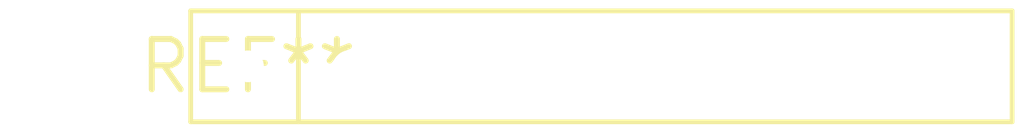
<source format=kicad_pcb>
(kicad_pcb (version 20240108) (generator pcbnew)
  (layers (0 "F.Cu" signal) (31 "B.Cu" signal) (34 "B.Paste" user) (35 "F.Paste" user) (36 "B.SilkS" user "B.Silkscreen") (37 "F.SilkS" user "F.Silkscreen") (38 "B.Mask" user) (39 "F.Mask" user) (44 "Edge.Cuts" user))
  (net 0 "")
  (footprint "R_Array_SIP8" (layer "F.Cu") (at 0 0)
    (property "Reference" "REF**")
    (property "Value" "R_Array_SIP8")
    (fp_line (start -1.44 -1.4) (end -1.44 1.4) (layer "F.SilkS") (stroke (width 0.12)))
    (fp_line (start -1.44 1.4) (end 19.22 1.4) (layer "F.SilkS") (stroke (width 0.12)))
    (fp_line (start 1.27 -1.4) (end 1.27 1.4) (layer "F.SilkS") (stroke (width 0.12)))
    (fp_line (start 19.22 -1.4) (end -1.44 -1.4) (layer "F.SilkS") (stroke (width 0.12)))
    (fp_line (start 19.22 1.4) (end 19.22 -1.4) (layer "F.SilkS") (stroke (width 0.12)))
    (pad "1" thru_hole rect (at 0 0) (size 1.6 1.6) (drill 0.8) (layers *.Cu *.Mask) (remove_unused_layers))
    (pad "2" thru_hole oval (at 2.54 0) (size 1.6 1.6) (drill 0.8) (layers *.Cu *.Mask) (remove_unused_layers))
    (pad "3" thru_hole oval (at 5.08 0) (size 1.6 1.6) (drill 0.8) (layers *.Cu *.Mask) (remove_unused_layers))
    (pad "4" thru_hole oval (at 7.62 0) (size 1.6 1.6) (drill 0.8) (layers *.Cu *.Mask) (remove_unused_layers))
    (pad "5" thru_hole oval (at 10.16 0) (size 1.6 1.6) (drill 0.8) (layers *.Cu *.Mask) (remove_unused_layers))
    (pad "6" thru_hole oval (at 12.7 0) (size 1.6 1.6) (drill 0.8) (layers *.Cu *.Mask) (remove_unused_layers))
    (pad "7" thru_hole oval (at 15.24 0) (size 1.6 1.6) (drill 0.8) (layers *.Cu *.Mask) (remove_unused_layers))
    (pad "8" thru_hole oval (at 17.78 0) (size 1.6 1.6) (drill 0.8) (layers *.Cu *.Mask) (remove_unused_layers))
  )
)
</source>
